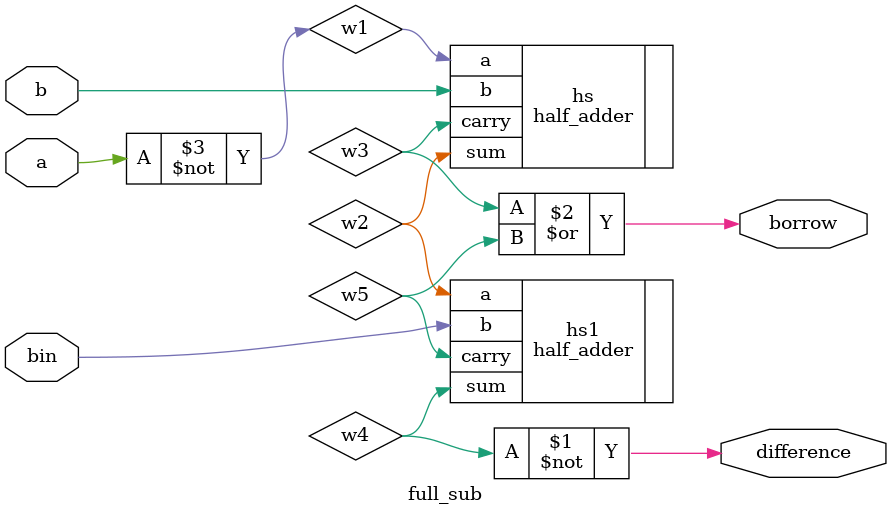
<source format=v>
`include "half_adder.v"
module full_sub(a,b,bin,difference,borrow);
input a,b,bin;
output difference,borrow;
not g1(w1,a);
half_adder hs(.a(w1),.b(b),.sum(w2),.carry(w3));
half_adder hs1(.a(w2),.b(bin),.sum(w4),.carry(w5));
assign difference=~w4;
assign borrow=w3 | w5;
endmodule

</source>
